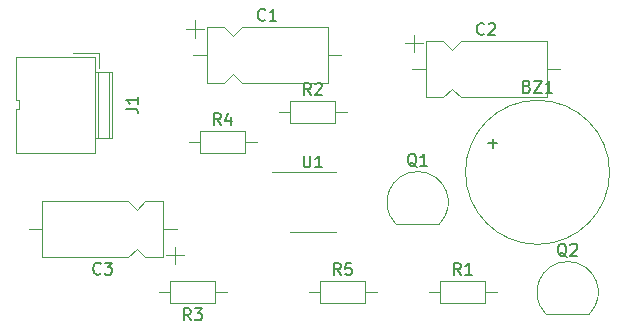
<source format=gbr>
%TF.GenerationSoftware,KiCad,Pcbnew,(6.0.4)*%
%TF.CreationDate,2022-06-15T15:41:16+05:30*%
%TF.ProjectId,subiksha batch,73756269-6b73-4686-9120-62617463682e,rev?*%
%TF.SameCoordinates,Original*%
%TF.FileFunction,Legend,Top*%
%TF.FilePolarity,Positive*%
%FSLAX46Y46*%
G04 Gerber Fmt 4.6, Leading zero omitted, Abs format (unit mm)*
G04 Created by KiCad (PCBNEW (6.0.4)) date 2022-06-15 15:41:16*
%MOMM*%
%LPD*%
G01*
G04 APERTURE LIST*
%ADD10C,0.150000*%
%ADD11C,0.120000*%
G04 APERTURE END LIST*
D10*
%TO.C,Q2*%
X171354761Y-98587619D02*
X171259523Y-98540000D01*
X171164285Y-98444761D01*
X171021428Y-98301904D01*
X170926190Y-98254285D01*
X170830952Y-98254285D01*
X170878571Y-98492380D02*
X170783333Y-98444761D01*
X170688095Y-98349523D01*
X170640476Y-98159047D01*
X170640476Y-97825714D01*
X170688095Y-97635238D01*
X170783333Y-97540000D01*
X170878571Y-97492380D01*
X171069047Y-97492380D01*
X171164285Y-97540000D01*
X171259523Y-97635238D01*
X171307142Y-97825714D01*
X171307142Y-98159047D01*
X171259523Y-98349523D01*
X171164285Y-98444761D01*
X171069047Y-98492380D01*
X170878571Y-98492380D01*
X171688095Y-97587619D02*
X171735714Y-97540000D01*
X171830952Y-97492380D01*
X172069047Y-97492380D01*
X172164285Y-97540000D01*
X172211904Y-97587619D01*
X172259523Y-97682857D01*
X172259523Y-97778095D01*
X172211904Y-97920952D01*
X171640476Y-98492380D01*
X172259523Y-98492380D01*
%TO.C,R3*%
X139533333Y-103972380D02*
X139200000Y-103496190D01*
X138961904Y-103972380D02*
X138961904Y-102972380D01*
X139342857Y-102972380D01*
X139438095Y-103020000D01*
X139485714Y-103067619D01*
X139533333Y-103162857D01*
X139533333Y-103305714D01*
X139485714Y-103400952D01*
X139438095Y-103448571D01*
X139342857Y-103496190D01*
X138961904Y-103496190D01*
X139866666Y-102972380D02*
X140485714Y-102972380D01*
X140152380Y-103353333D01*
X140295238Y-103353333D01*
X140390476Y-103400952D01*
X140438095Y-103448571D01*
X140485714Y-103543809D01*
X140485714Y-103781904D01*
X140438095Y-103877142D01*
X140390476Y-103924761D01*
X140295238Y-103972380D01*
X140009523Y-103972380D01*
X139914285Y-103924761D01*
X139866666Y-103877142D01*
%TO.C,R4*%
X142073333Y-87432380D02*
X141740000Y-86956190D01*
X141501904Y-87432380D02*
X141501904Y-86432380D01*
X141882857Y-86432380D01*
X141978095Y-86480000D01*
X142025714Y-86527619D01*
X142073333Y-86622857D01*
X142073333Y-86765714D01*
X142025714Y-86860952D01*
X141978095Y-86908571D01*
X141882857Y-86956190D01*
X141501904Y-86956190D01*
X142930476Y-86765714D02*
X142930476Y-87432380D01*
X142692380Y-86384761D02*
X142454285Y-87099047D01*
X143073333Y-87099047D01*
%TO.C,BZ1*%
X168019047Y-84168571D02*
X168161904Y-84216190D01*
X168209523Y-84263809D01*
X168257142Y-84359047D01*
X168257142Y-84501904D01*
X168209523Y-84597142D01*
X168161904Y-84644761D01*
X168066666Y-84692380D01*
X167685714Y-84692380D01*
X167685714Y-83692380D01*
X168019047Y-83692380D01*
X168114285Y-83740000D01*
X168161904Y-83787619D01*
X168209523Y-83882857D01*
X168209523Y-83978095D01*
X168161904Y-84073333D01*
X168114285Y-84120952D01*
X168019047Y-84168571D01*
X167685714Y-84168571D01*
X168590476Y-83692380D02*
X169257142Y-83692380D01*
X168590476Y-84692380D01*
X169257142Y-84692380D01*
X170161904Y-84692380D02*
X169590476Y-84692380D01*
X169876190Y-84692380D02*
X169876190Y-83692380D01*
X169780952Y-83835238D01*
X169685714Y-83930476D01*
X169590476Y-83978095D01*
X164709047Y-88971428D02*
X165470952Y-88971428D01*
X165090000Y-89352380D02*
X165090000Y-88590476D01*
%TO.C,J1*%
X134072380Y-86063333D02*
X134786666Y-86063333D01*
X134929523Y-86110952D01*
X135024761Y-86206190D01*
X135072380Y-86349047D01*
X135072380Y-86444285D01*
X135072380Y-85063333D02*
X135072380Y-85634761D01*
X135072380Y-85349047D02*
X134072380Y-85349047D01*
X134215238Y-85444285D01*
X134310476Y-85539523D01*
X134358095Y-85634761D01*
%TO.C,R2*%
X149693333Y-84892380D02*
X149360000Y-84416190D01*
X149121904Y-84892380D02*
X149121904Y-83892380D01*
X149502857Y-83892380D01*
X149598095Y-83940000D01*
X149645714Y-83987619D01*
X149693333Y-84082857D01*
X149693333Y-84225714D01*
X149645714Y-84320952D01*
X149598095Y-84368571D01*
X149502857Y-84416190D01*
X149121904Y-84416190D01*
X150074285Y-83987619D02*
X150121904Y-83940000D01*
X150217142Y-83892380D01*
X150455238Y-83892380D01*
X150550476Y-83940000D01*
X150598095Y-83987619D01*
X150645714Y-84082857D01*
X150645714Y-84178095D01*
X150598095Y-84320952D01*
X150026666Y-84892380D01*
X150645714Y-84892380D01*
%TO.C,C3*%
X131913333Y-100004642D02*
X131865714Y-100052261D01*
X131722857Y-100099880D01*
X131627619Y-100099880D01*
X131484761Y-100052261D01*
X131389523Y-99957023D01*
X131341904Y-99861785D01*
X131294285Y-99671309D01*
X131294285Y-99528452D01*
X131341904Y-99337976D01*
X131389523Y-99242738D01*
X131484761Y-99147500D01*
X131627619Y-99099880D01*
X131722857Y-99099880D01*
X131865714Y-99147500D01*
X131913333Y-99195119D01*
X132246666Y-99099880D02*
X132865714Y-99099880D01*
X132532380Y-99480833D01*
X132675238Y-99480833D01*
X132770476Y-99528452D01*
X132818095Y-99576071D01*
X132865714Y-99671309D01*
X132865714Y-99909404D01*
X132818095Y-100004642D01*
X132770476Y-100052261D01*
X132675238Y-100099880D01*
X132389523Y-100099880D01*
X132294285Y-100052261D01*
X132246666Y-100004642D01*
%TO.C,R1*%
X162393333Y-100132380D02*
X162060000Y-99656190D01*
X161821904Y-100132380D02*
X161821904Y-99132380D01*
X162202857Y-99132380D01*
X162298095Y-99180000D01*
X162345714Y-99227619D01*
X162393333Y-99322857D01*
X162393333Y-99465714D01*
X162345714Y-99560952D01*
X162298095Y-99608571D01*
X162202857Y-99656190D01*
X161821904Y-99656190D01*
X163345714Y-100132380D02*
X162774285Y-100132380D01*
X163060000Y-100132380D02*
X163060000Y-99132380D01*
X162964761Y-99275238D01*
X162869523Y-99370476D01*
X162774285Y-99418095D01*
%TO.C,R5*%
X152233333Y-100132380D02*
X151900000Y-99656190D01*
X151661904Y-100132380D02*
X151661904Y-99132380D01*
X152042857Y-99132380D01*
X152138095Y-99180000D01*
X152185714Y-99227619D01*
X152233333Y-99322857D01*
X152233333Y-99465714D01*
X152185714Y-99560952D01*
X152138095Y-99608571D01*
X152042857Y-99656190D01*
X151661904Y-99656190D01*
X153138095Y-99132380D02*
X152661904Y-99132380D01*
X152614285Y-99608571D01*
X152661904Y-99560952D01*
X152757142Y-99513333D01*
X152995238Y-99513333D01*
X153090476Y-99560952D01*
X153138095Y-99608571D01*
X153185714Y-99703809D01*
X153185714Y-99941904D01*
X153138095Y-100037142D01*
X153090476Y-100084761D01*
X152995238Y-100132380D01*
X152757142Y-100132380D01*
X152661904Y-100084761D01*
X152614285Y-100037142D01*
%TO.C,Q1*%
X158654761Y-90967619D02*
X158559523Y-90920000D01*
X158464285Y-90824761D01*
X158321428Y-90681904D01*
X158226190Y-90634285D01*
X158130952Y-90634285D01*
X158178571Y-90872380D02*
X158083333Y-90824761D01*
X157988095Y-90729523D01*
X157940476Y-90539047D01*
X157940476Y-90205714D01*
X157988095Y-90015238D01*
X158083333Y-89920000D01*
X158178571Y-89872380D01*
X158369047Y-89872380D01*
X158464285Y-89920000D01*
X158559523Y-90015238D01*
X158607142Y-90205714D01*
X158607142Y-90539047D01*
X158559523Y-90729523D01*
X158464285Y-90824761D01*
X158369047Y-90872380D01*
X158178571Y-90872380D01*
X159559523Y-90872380D02*
X158988095Y-90872380D01*
X159273809Y-90872380D02*
X159273809Y-89872380D01*
X159178571Y-90015238D01*
X159083333Y-90110476D01*
X158988095Y-90158095D01*
%TO.C,U1*%
X149098095Y-90032380D02*
X149098095Y-90841904D01*
X149145714Y-90937142D01*
X149193333Y-90984761D01*
X149288571Y-91032380D01*
X149479047Y-91032380D01*
X149574285Y-90984761D01*
X149621904Y-90937142D01*
X149669523Y-90841904D01*
X149669523Y-90032380D01*
X150669523Y-91032380D02*
X150098095Y-91032380D01*
X150383809Y-91032380D02*
X150383809Y-90032380D01*
X150288571Y-90175238D01*
X150193333Y-90270476D01*
X150098095Y-90318095D01*
%TO.C,C2*%
X164383333Y-79722142D02*
X164335714Y-79769761D01*
X164192857Y-79817380D01*
X164097619Y-79817380D01*
X163954761Y-79769761D01*
X163859523Y-79674523D01*
X163811904Y-79579285D01*
X163764285Y-79388809D01*
X163764285Y-79245952D01*
X163811904Y-79055476D01*
X163859523Y-78960238D01*
X163954761Y-78865000D01*
X164097619Y-78817380D01*
X164192857Y-78817380D01*
X164335714Y-78865000D01*
X164383333Y-78912619D01*
X164764285Y-78912619D02*
X164811904Y-78865000D01*
X164907142Y-78817380D01*
X165145238Y-78817380D01*
X165240476Y-78865000D01*
X165288095Y-78912619D01*
X165335714Y-79007857D01*
X165335714Y-79103095D01*
X165288095Y-79245952D01*
X164716666Y-79817380D01*
X165335714Y-79817380D01*
%TO.C,C1*%
X145833333Y-78509642D02*
X145785714Y-78557261D01*
X145642857Y-78604880D01*
X145547619Y-78604880D01*
X145404761Y-78557261D01*
X145309523Y-78462023D01*
X145261904Y-78366785D01*
X145214285Y-78176309D01*
X145214285Y-78033452D01*
X145261904Y-77842976D01*
X145309523Y-77747738D01*
X145404761Y-77652500D01*
X145547619Y-77604880D01*
X145642857Y-77604880D01*
X145785714Y-77652500D01*
X145833333Y-77700119D01*
X146785714Y-78604880D02*
X146214285Y-78604880D01*
X146500000Y-78604880D02*
X146500000Y-77604880D01*
X146404761Y-77747738D01*
X146309523Y-77842976D01*
X146214285Y-77890595D01*
D11*
%TO.C,Q2*%
X169650000Y-103450000D02*
X173250000Y-103450000D01*
X173288478Y-103438478D02*
G75*
G03*
X171450000Y-99000000I-1838478J1838478D01*
G01*
X171450000Y-98999999D02*
G75*
G03*
X169611522Y-103438478I0J-2600001D01*
G01*
%TO.C,R3*%
X137780000Y-100680000D02*
X137780000Y-102520000D01*
X141620000Y-102520000D02*
X141620000Y-100680000D01*
X137780000Y-102520000D02*
X141620000Y-102520000D01*
X136830000Y-101600000D02*
X137780000Y-101600000D01*
X142570000Y-101600000D02*
X141620000Y-101600000D01*
X141620000Y-100680000D02*
X137780000Y-100680000D01*
%TO.C,R4*%
X139370000Y-88900000D02*
X140320000Y-88900000D01*
X140320000Y-87980000D02*
X140320000Y-89820000D01*
X140320000Y-89820000D02*
X144160000Y-89820000D01*
X144160000Y-87980000D02*
X140320000Y-87980000D01*
X145110000Y-88900000D02*
X144160000Y-88900000D01*
X144160000Y-89820000D02*
X144160000Y-87980000D01*
%TO.C,BZ1*%
X175000000Y-91440000D02*
G75*
G03*
X175000000Y-91440000I-6100000J0D01*
G01*
%TO.C,J1*%
X131700000Y-82930000D02*
X131700000Y-88520000D01*
X124710000Y-89790000D02*
X129540000Y-89790000D01*
X132590000Y-82930000D02*
X132590000Y-88520000D01*
X124710000Y-85340000D02*
X124710000Y-81660000D01*
X132840000Y-82930000D02*
X132840000Y-88520000D01*
X131450000Y-89790000D02*
X129540000Y-89790000D01*
X131740000Y-81320000D02*
X129540000Y-81320000D01*
X129540000Y-81660000D02*
X124710000Y-81660000D01*
X131740000Y-82620000D02*
X131740000Y-81320000D01*
X124970000Y-86110000D02*
X124710000Y-86110000D01*
X124970000Y-85340000D02*
X124970000Y-86110000D01*
X131450000Y-81660000D02*
X131450000Y-89790000D01*
X124710000Y-86110000D02*
X124710000Y-89790000D01*
X131450000Y-82930000D02*
X132840000Y-82930000D01*
X124710000Y-85340000D02*
X124970000Y-85340000D01*
X131450000Y-81660000D02*
X129540000Y-81660000D01*
X131450000Y-88520000D02*
X132840000Y-88520000D01*
%TO.C,R2*%
X151780000Y-87280000D02*
X151780000Y-85440000D01*
X147940000Y-87280000D02*
X151780000Y-87280000D01*
X146990000Y-86360000D02*
X147940000Y-86360000D01*
X147940000Y-85440000D02*
X147940000Y-87280000D01*
X152730000Y-86360000D02*
X151780000Y-86360000D01*
X151780000Y-85440000D02*
X147940000Y-85440000D01*
%TO.C,C3*%
X125820000Y-96277500D02*
X126960000Y-96277500D01*
X137200000Y-98647500D02*
X137200000Y-93907500D01*
X137200000Y-98647500D02*
X135700000Y-98647500D01*
X138200000Y-99227500D02*
X138200000Y-97727500D01*
X135700000Y-93907500D02*
X134950000Y-94657500D01*
X134950000Y-97897500D02*
X134200000Y-98647500D01*
X138340000Y-96277500D02*
X137200000Y-96277500D01*
X134200000Y-98647500D02*
X126960000Y-98647500D01*
X137200000Y-93907500D02*
X135700000Y-93907500D01*
X134950000Y-94657500D02*
X134200000Y-93907500D01*
X126960000Y-98647500D02*
X126960000Y-93907500D01*
X134200000Y-93907500D02*
X126960000Y-93907500D01*
X138950000Y-98477500D02*
X137450000Y-98477500D01*
X135700000Y-98647500D02*
X134950000Y-97897500D01*
%TO.C,R1*%
X164480000Y-102520000D02*
X164480000Y-100680000D01*
X165430000Y-101600000D02*
X164480000Y-101600000D01*
X164480000Y-100680000D02*
X160640000Y-100680000D01*
X160640000Y-102520000D02*
X164480000Y-102520000D01*
X160640000Y-100680000D02*
X160640000Y-102520000D01*
X159690000Y-101600000D02*
X160640000Y-101600000D01*
%TO.C,R5*%
X154320000Y-100680000D02*
X150480000Y-100680000D01*
X149530000Y-101600000D02*
X150480000Y-101600000D01*
X155270000Y-101600000D02*
X154320000Y-101600000D01*
X150480000Y-102520000D02*
X154320000Y-102520000D01*
X154320000Y-102520000D02*
X154320000Y-100680000D01*
X150480000Y-100680000D02*
X150480000Y-102520000D01*
%TO.C,Q1*%
X156950000Y-95830000D02*
X160550000Y-95830000D01*
X158750000Y-91379999D02*
G75*
G03*
X156911522Y-95818478I0J-2600001D01*
G01*
X160588478Y-95818478D02*
G75*
G03*
X158750000Y-91380000I-1838478J1838478D01*
G01*
%TO.C,U1*%
X149860000Y-91420000D02*
X151810000Y-91420000D01*
X149860000Y-96540000D02*
X147910000Y-96540000D01*
X149860000Y-96540000D02*
X151810000Y-96540000D01*
X149860000Y-91420000D02*
X146410000Y-91420000D01*
%TO.C,C2*%
X161680000Y-81115000D02*
X162430000Y-80365000D01*
X158290000Y-82735000D02*
X159430000Y-82735000D01*
X160930000Y-80365000D02*
X161680000Y-81115000D01*
X161680000Y-84355000D02*
X162430000Y-85105000D01*
X160930000Y-85105000D02*
X161680000Y-84355000D01*
X159430000Y-80365000D02*
X159430000Y-85105000D01*
X162430000Y-80365000D02*
X169670000Y-80365000D01*
X159430000Y-85105000D02*
X160930000Y-85105000D01*
X169670000Y-80365000D02*
X169670000Y-85105000D01*
X157680000Y-80535000D02*
X159180000Y-80535000D01*
X158430000Y-79785000D02*
X158430000Y-81285000D01*
X162430000Y-85105000D02*
X169670000Y-85105000D01*
X170810000Y-82735000D02*
X169670000Y-82735000D01*
X159430000Y-80365000D02*
X160930000Y-80365000D01*
%TO.C,C1*%
X151120000Y-79152500D02*
X151120000Y-83892500D01*
X143130000Y-79902500D02*
X143880000Y-79152500D01*
X143880000Y-83892500D02*
X151120000Y-83892500D01*
X139880000Y-78572500D02*
X139880000Y-80072500D01*
X139740000Y-81522500D02*
X140880000Y-81522500D01*
X143130000Y-83142500D02*
X143880000Y-83892500D01*
X140880000Y-79152500D02*
X142380000Y-79152500D01*
X140880000Y-79152500D02*
X140880000Y-83892500D01*
X143880000Y-79152500D02*
X151120000Y-79152500D01*
X152260000Y-81522500D02*
X151120000Y-81522500D01*
X139130000Y-79322500D02*
X140630000Y-79322500D01*
X142380000Y-83892500D02*
X143130000Y-83142500D01*
X140880000Y-83892500D02*
X142380000Y-83892500D01*
X142380000Y-79152500D02*
X143130000Y-79902500D01*
%TD*%
M02*

</source>
